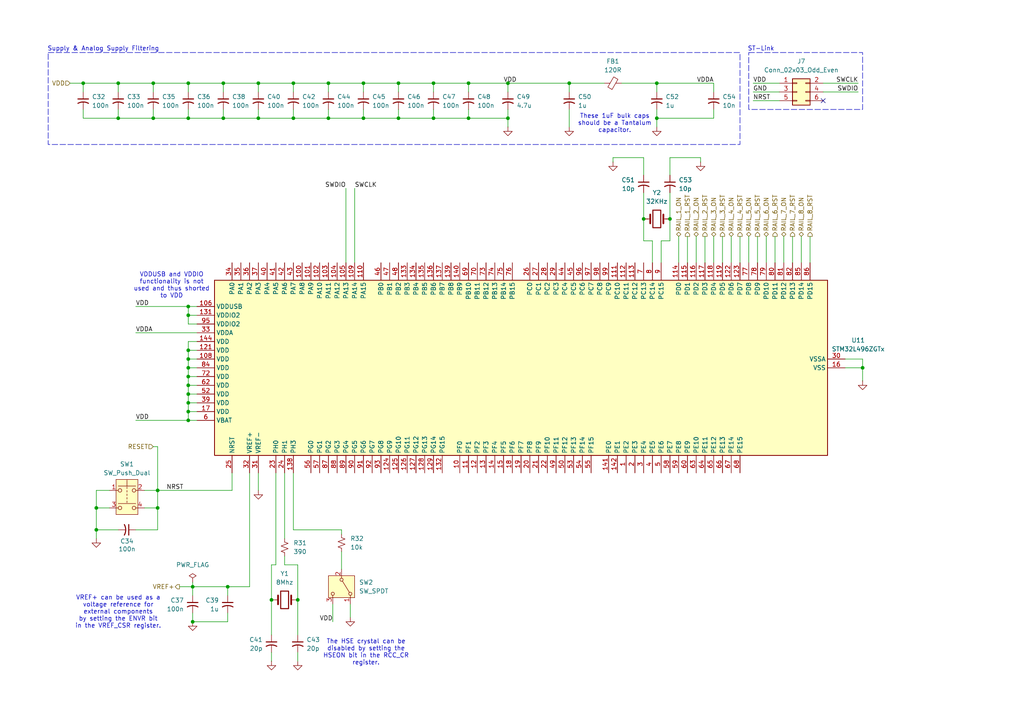
<source format=kicad_sch>
(kicad_sch (version 20250114) (generator "eeschema") (generator_version "9.0")
  (paper "A4")
  (lib_symbols
    (symbol "Connector_Generic:Conn_02x03_Odd_Even" (pin_names (offset 1.016) (hide yes))
      (property "Reference" "J" (at 1.27 5.08 0))
      (property "Value" "Conn_02x03_Odd_Even" (at 1.27 -5.08 0))
      (symbol "Conn_02x03_Odd_Even_1_1"
        (rectangle (start -1.27 3.81) (end 3.81 -3.81) (stroke (width 0.254)) (fill (type background)))
        (rectangle (start -1.27 2.667) (end 0 2.413) (stroke (width 0.1524)))
        (rectangle (start -1.27 0.127) (end 0 -0.127) (stroke (width 0.1524)))
        (rectangle (start -1.27 -2.413) (end 0 -2.667) (stroke (width 0.1524)))
        (rectangle (start 3.81 2.667) (end 2.54 2.413) (stroke (width 0.1524)))
        (rectangle (start 3.81 0.127) (end 2.54 -0.127) (stroke (width 0.1524)))
        (rectangle (start 3.81 -2.413) (end 2.54 -2.667) (stroke (width 0.1524)))
        (pin passive line (at -5.08 2.54 0) (length 3.81) (name "Pin_1") (number "1"))
        (pin passive line (at -5.08 0 0) (length 3.81) (name "Pin_3") (number "3"))
        (pin passive line (at -5.08 -2.54 0) (length 3.81) (name "Pin_5") (number "5"))
        (pin passive line (at 7.62 2.54 180) (length 3.81) (name "Pin_2") (number "2"))
        (pin passive line (at 7.62 0 180) (length 3.81) (name "Pin_4") (number "4"))
        (pin passive line (at 7.62 -2.54 180) (length 3.81) (name "Pin_6") (number "6"))
      )
    )
    (symbol "Device:C_Small_US" (pin_numbers (hide yes)) (pin_names (offset 0.254) (hide yes))
      (property "Reference" "C" (at 0.254 1.778 0))
      (property "Value" "C_Small_US" (at 0.254 -2.032 0))
      (symbol "C_Small_US_0_1"
        (polyline (pts (xy -1.524 0.508) (xy 1.524 0.508)) (stroke (width 0.3048)))
        (arc (start -1.524 -0.762) (mid 0 -0.3734) (end 1.524 -0.762) (stroke (width 0.3048)))
      )
      (symbol "C_Small_US_1_1"
        (pin passive line (at 0 2.54 270) (length 2.032) (name "~") (number "1"))
        (pin passive line (at 0 -2.54 90) (length 2.032) (name "~") (number "2"))
      )
    )
    (symbol "Device:Crystal" (pin_numbers (hide yes)) (pin_names (offset 1.016) (hide yes))
      (property "Reference" "Y" (at 0 3.81 0))
      (property "Value" "Crystal" (at 0 -3.81 0))
      (symbol "Crystal_0_1"
        (polyline (pts (xy -2.54 0) (xy -1.905 0)))
        (polyline (pts (xy -1.905 -1.27) (xy -1.905 1.27)) (stroke (width 0.508)))
        (rectangle (start -1.143 2.54) (end 1.143 -2.54) (stroke (width 0.3048)))
        (polyline (pts (xy 1.905 -1.27) (xy 1.905 1.27)) (stroke (width 0.508)))
        (polyline (pts (xy 2.54 0) (xy 1.905 0)))
      )
      (symbol "Crystal_1_1"
        (pin passive line (at -3.81 0 0) (length 1.27) (name "1") (number "1"))
        (pin passive line (at 3.81 0 180) (length 1.27) (name "2") (number "2"))
      )
    )
    (symbol "Device:FerriteBead_Small" (pin_numbers (hide yes)) (pin_names (offset 0))
      (property "Reference" "FB" (at 1.905 1.27 0))
      (property "Value" "FerriteBead_Small" (at 1.905 -1.27 0))
      (symbol "FerriteBead_Small_0_1"
        (polyline (pts (xy -1.8288 0.2794) (xy -1.1176 1.4986) (xy 1.8288 -0.2032) (xy 1.1176 -1.4224) (xy -1.8288 0.2794)))
        (polyline (pts (xy 0 0.889) (xy 0 1.2954)))
        (polyline (pts (xy 0 -1.27) (xy 0 -0.7874)))
      )
      (symbol "FerriteBead_Small_1_1"
        (pin passive line (at 0 2.54 270) (length 1.27) (name "~") (number "1"))
        (pin passive line (at 0 -2.54 90) (length 1.27) (name "~") (number "2"))
      )
    )
    (symbol "Device:R_Small_US" (pin_numbers (hide yes)) (pin_names (offset 0.254) (hide yes))
      (property "Reference" "R" (at 0.762 0.508 0))
      (property "Value" "R_Small_US" (at 0.762 -1.016 0))
      (symbol "R_Small_US_1_1"
        (polyline (pts (xy 0 1.524) (xy 1.016 1.143) (xy 0 0.762) (xy -1.016 0.381) (xy 0 0)))
        (polyline (pts (xy 0 0) (xy 1.016 -0.381) (xy 0 -0.762) (xy -1.016 -1.143) (xy 0 -1.524)))
        (pin passive line (at 0 2.54 270) (length 1.016) (name "~") (number "1"))
        (pin passive line (at 0 -2.54 90) (length 1.016) (name "~") (number "2"))
      )
    )
    (symbol "MCU_ST_STM32L4:STM32L496ZGTx"
      (property "Reference" "U" (at -25.4 90.17 0))
      (property "Value" "STM32L496ZGTx" (at 20.32 90.17 0))
      (symbol "STM32L496ZGTx_0_1"
        (rectangle (start -25.4 -88.9) (end 25.4 88.9) (stroke (width 0.254)) (fill (type background)))
      )
      (symbol "STM32L496ZGTx_1_1"
        (pin input line (at -30.48 83.82 0) (length 5.08) (name "NRST") (number "25"))
        (pin input line (at -30.48 78.74 0) (length 5.08) (name "VREF+") (number "32"))
        (pin input line (at -30.48 76.2 0) (length 5.08) (name "VREF-") (number "31"))
        (pin bidirectional line (at -30.48 71.12 0) (length 5.08) (name "PH0") (number "23"))
        (pin bidirectional line (at -30.48 68.58 0) (length 5.08) (name "PH1") (number "24"))
        (pin bidirectional line (at -30.48 66.04 0) (length 5.08) (name "PH3") (number "138"))
        (pin bidirectional line (at -30.48 60.96 0) (length 5.08) (name "PG0") (number "56"))
        (pin bidirectional line (at -30.48 58.42 0) (length 5.08) (name "PG1") (number "57"))
        (pin bidirectional line (at -30.48 55.88 0) (length 5.08) (name "PG2") (number "87"))
        (pin bidirectional line (at -30.48 53.34 0) (length 5.08) (name "PG3") (number "88"))
        (pin bidirectional line (at -30.48 50.8 0) (length 5.08) (name "PG4") (number "89"))
        (pin bidirectional line (at -30.48 48.26 0) (length 5.08) (name "PG5") (number "90"))
        (pin bidirectional line (at -30.48 45.72 0) (length 5.08) (name "PG6") (number "91"))
        (pin bidirectional line (at -30.48 43.18 0) (length 5.08) (name "PG7") (number "92"))
        (pin bidirectional line (at -30.48 40.64 0) (length 5.08) (name "PG8") (number "93"))
        (pin bidirectional line (at -30.48 38.1 0) (length 5.08) (name "PG9") (number "124"))
        (pin bidirectional line (at -30.48 35.56 0) (length 5.08) (name "PG10") (number "125"))
        (pin bidirectional line (at -30.48 33.02 0) (length 5.08) (name "PG11") (number "126"))
        (pin bidirectional line (at -30.48 30.48 0) (length 5.08) (name "PG12") (number "127"))
        (pin bidirectional line (at -30.48 27.94 0) (length 5.08) (name "PG13") (number "128"))
        (pin bidirectional line (at -30.48 25.4 0) (length 5.08) (name "PG14") (number "129"))
        (pin bidirectional line (at -30.48 22.86 0) (length 5.08) (name "PG15") (number "132"))
        (pin bidirectional line (at -30.48 17.78 0) (length 5.08) (name "PF0") (number "10"))
        (pin bidirectional line (at -30.48 15.24 0) (length 5.08) (name "PF1") (number "11"))
        (pin bidirectional line (at -30.48 12.7 0) (length 5.08) (name "PF2") (number "12"))
        (pin bidirectional line (at -30.48 10.16 0) (length 5.08) (name "PF3") (number "13"))
        (pin bidirectional line (at -30.48 7.62 0) (length 5.08) (name "PF4") (number "14"))
        (pin bidirectional line (at -30.48 5.08 0) (length 5.08) (name "PF5") (number "15"))
        (pin bidirectional line (at -30.48 2.54 0) (length 5.08) (name "PF6") (number "18"))
        (pin bidirectional line (at -30.48 0 0) (length 5.08) (name "PF7") (number "19"))
        (pin bidirectional line (at -30.48 -2.54 0) (length 5.08) (name "PF8") (number "20"))
        (pin bidirectional line (at -30.48 -5.08 0) (length 5.08) (name "PF9") (number "21"))
        (pin bidirectional line (at -30.48 -7.62 0) (length 5.08) (name "PF10") (number "22"))
        (pin bidirectional line (at -30.48 -10.16 0) (length 5.08) (name "PF11") (number "49"))
        (pin bidirectional line (at -30.48 -12.7 0) (length 5.08) (name "PF12") (number "50"))
        (pin bidirectional line (at -30.48 -15.24 0) (length 5.08) (name "PF13") (number "53"))
        (pin bidirectional line (at -30.48 -17.78 0) (length 5.08) (name "PF14") (number "54"))
        (pin bidirectional line (at -30.48 -20.32 0) (length 5.08) (name "PF15") (number "55"))
        (pin bidirectional line (at -30.48 -25.4 0) (length 5.08) (name "PE0") (number "141"))
        (pin bidirectional line (at -30.48 -27.94 0) (length 5.08) (name "PE1") (number "142"))
        (pin bidirectional line (at -30.48 -30.48 0) (length 5.08) (name "PE2") (number "1"))
        (pin bidirectional line (at -30.48 -33.02 0) (length 5.08) (name "PE3") (number "2"))
        (pin bidirectional line (at -30.48 -35.56 0) (length 5.08) (name "PE4") (number "3"))
        (pin bidirectional line (at -30.48 -38.1 0) (length 5.08) (name "PE5") (number "4"))
        (pin bidirectional line (at -30.48 -40.64 0) (length 5.08) (name "PE6") (number "5"))
        (pin bidirectional line (at -30.48 -43.18 0) (length 5.08) (name "PE7") (number "58"))
        (pin bidirectional line (at -30.48 -45.72 0) (length 5.08) (name "PE8") (number "59"))
        (pin bidirectional line (at -30.48 -48.26 0) (length 5.08) (name "PE9") (number "60"))
        (pin bidirectional line (at -30.48 -50.8 0) (length 5.08) (name "PE10") (number "63"))
        (pin bidirectional line (at -30.48 -53.34 0) (length 5.08) (name "PE11") (number "64"))
        (pin bidirectional line (at -30.48 -55.88 0) (length 5.08) (name "PE12") (number "65"))
        (pin bidirectional line (at -30.48 -58.42 0) (length 5.08) (name "PE13") (number "66"))
        (pin bidirectional line (at -30.48 -60.96 0) (length 5.08) (name "PE14") (number "67"))
        (pin bidirectional line (at -30.48 -63.5 0) (length 5.08) (name "PE15") (number "68"))
        (pin power_in line (at -15.24 93.98 270) (length 5.08) (name "VBAT") (number "6"))
        (pin power_in line (at -12.7 93.98 270) (length 5.08) (name "VDD") (number "17"))
        (pin power_in line (at -10.16 93.98 270) (length 5.08) (name "VDD") (number "39"))
        (pin power_in line (at -7.62 93.98 270) (length 5.08) (name "VDD") (number "52"))
        (pin power_in line (at -5.08 93.98 270) (length 5.08) (name "VDD") (number "62"))
        (pin power_in line (at -2.54 93.98 270) (length 5.08) (name "VDD") (number "72"))
        (pin power_in line (at 0 93.98 270) (length 5.08) (name "VDD") (number "84"))
        (pin passive line (at 0 -93.98 90) (length 5.08) (hide yes) (name "VSS") (number "107"))
        (pin passive line (at 0 -93.98 90) (length 5.08) (hide yes) (name "VSS") (number "120"))
        (pin passive line (at 0 -93.98 90) (length 5.08) (hide yes) (name "VSS") (number "130"))
        (pin passive line (at 0 -93.98 90) (length 5.08) (hide yes) (name "VSS") (number "143"))
        (pin power_in line (at 0 -93.98 90) (length 5.08) (name "VSS") (number "16"))
        (pin passive line (at 0 -93.98 90) (length 5.08) (hide yes) (name "VSS") (number "38"))
        (pin passive line (at 0 -93.98 90) (length 5.08) (hide yes) (name "VSS") (number "51"))
        (pin passive line (at 0 -93.98 90) (length 5.08) (hide yes) (name "VSS") (number "61"))
        (pin passive line (at 0 -93.98 90) (length 5.08) (hide yes) (name "VSS") (number "71"))
        (pin passive line (at 0 -93.98 90) (length 5.08) (hide yes) (name "VSS") (number "83"))
        (pin passive line (at 0 -93.98 90) (length 5.08) (hide yes) (name "VSS") (number "94"))
        (pin power_in line (at 2.54 93.98 270) (length 5.08) (name "VDD") (number "108"))
        (pin power_in line (at 2.54 -93.98 90) (length 5.08) (name "VSSA") (number "30"))
        (pin power_in line (at 5.08 93.98 270) (length 5.08) (name "VDD") (number "121"))
        (pin power_in line (at 7.62 93.98 270) (length 5.08) (name "VDD") (number "144"))
        (pin power_in line (at 10.16 93.98 270) (length 5.08) (name "VDDA") (number "33"))
        (pin power_in line (at 12.7 93.98 270) (length 5.08) (name "VDDIO2") (number "95"))
        (pin power_in line (at 15.24 93.98 270) (length 5.08) (name "VDDIO2") (number "131"))
        (pin power_in line (at 17.78 93.98 270) (length 5.08) (name "VDDUSB") (number "106"))
        (pin bidirectional line (at 30.48 83.82 180) (length 5.08) (name "PA0") (number "34"))
        (pin bidirectional line (at 30.48 81.28 180) (length 5.08) (name "PA1") (number "35"))
        (pin bidirectional line (at 30.48 78.74 180) (length 5.08) (name "PA2") (number "36"))
        (pin bidirectional line (at 30.48 76.2 180) (length 5.08) (name "PA3") (number "37"))
        (pin bidirectional line (at 30.48 73.66 180) (length 5.08) (name "PA4") (number "40"))
        (pin bidirectional line (at 30.48 71.12 180) (length 5.08) (name "PA5") (number "41"))
        (pin bidirectional line (at 30.48 68.58 180) (length 5.08) (name "PA6") (number "42"))
        (pin bidirectional line (at 30.48 66.04 180) (length 5.08) (name "PA7") (number "43"))
        (pin bidirectional line (at 30.48 63.5 180) (length 5.08) (name "PA8") (number "100"))
        (pin bidirectional line (at 30.48 60.96 180) (length 5.08) (name "PA9") (number "101"))
        (pin bidirectional line (at 30.48 58.42 180) (length 5.08) (name "PA10") (number "102"))
        (pin bidirectional line (at 30.48 55.88 180) (length 5.08) (name "PA11") (number "103"))
        (pin bidirectional line (at 30.48 53.34 180) (length 5.08) (name "PA12") (number "104"))
        (pin bidirectional line (at 30.48 50.8 180) (length 5.08) (name "PA13") (number "105"))
        (pin bidirectional line (at 30.48 48.26 180) (length 5.08) (name "PA14") (number "109"))
        (pin bidirectional line (at 30.48 45.72 180) (length 5.08) (name "PA15") (number "110"))
        (pin bidirectional line (at 30.48 40.64 180) (length 5.08) (name "PB0") (number "46"))
        (pin bidirectional line (at 30.48 38.1 180) (length 5.08) (name "PB1") (number "47"))
        (pin bidirectional line (at 30.48 35.56 180) (length 5.08) (name "PB2") (number "48"))
        (pin bidirectional line (at 30.48 33.02 180) (length 5.08) (name "PB3") (number "133"))
        (pin bidirectional line (at 30.48 30.48 180) (length 5.08) (name "PB4") (number "134"))
        (pin bidirectional line (at 30.48 27.94 180) (length 5.08) (name "PB5") (number "135"))
        (pin bidirectional line (at 30.48 25.4 180) (length 5.08) (name "PB6") (number "136"))
        (pin bidirectional line (at 30.48 22.86 180) (length 5.08) (name "PB7") (number "137"))
        (pin bidirectional line (at 30.48 20.32 180) (length 5.08) (name "PB8") (number "139"))
        (pin bidirectional line (at 30.48 17.78 180) (length 5.08) (name "PB9") (number "140"))
        (pin bidirectional line (at 30.48 15.24 180) (length 5.08) (name "PB10") (number "69"))
        (pin bidirectional line (at 30.48 12.7 180) (length 5.08) (name "PB11") (number "70"))
        (pin bidirectional line (at 30.48 10.16 180) (length 5.08) (name "PB12") (number "73"))
        (pin bidirectional line (at 30.48 7.62 180) (length 5.08) (name "PB13") (number "74"))
        (pin bidirectional line (at 30.48 5.08 180) (length 5.08) (name "PB14") (number "75"))
        (pin bidirectional line (at 30.48 2.54 180) (length 5.08) (name "PB15") (number "76"))
        (pin bidirectional line (at 30.48 -2.54 180) (length 5.08) (name "PC0") (number "26"))
        (pin bidirectional line (at 30.48 -5.08 180) (length 5.08) (name "PC1") (number "27"))
        (pin bidirectional line (at 30.48 -7.62 180) (length 5.08) (name "PC2") (number "28"))
        (pin bidirectional line (at 30.48 -10.16 180) (length 5.08) (name "PC3") (number "29"))
        (pin bidirectional line (at 30.48 -12.7 180) (length 5.08) (name "PC4") (number "44"))
        (pin bidirectional line (at 30.48 -15.24 180) (length 5.08) (name "PC5") (number "45"))
        (pin bidirectional line (at 30.48 -17.78 180) (length 5.08) (name "PC6") (number "96"))
        (pin bidirectional line (at 30.48 -20.32 180) (length 5.08) (name "PC7") (number "97"))
        (pin bidirectional line (at 30.48 -22.86 180) (length 5.08) (name "PC8") (number "98"))
        (pin bidirectional line (at 30.48 -25.4 180) (length 5.08) (name "PC9") (number "99"))
        (pin bidirectional line (at 30.48 -27.94 180) (length 5.08) (name "PC10") (number "111"))
        (pin bidirectional line (at 30.48 -30.48 180) (length 5.08) (name "PC11") (number "112"))
        (pin bidirectional line (at 30.48 -33.02 180) (length 5.08) (name "PC12") (number "113"))
        (pin bidirectional line (at 30.48 -35.56 180) (length 5.08) (name "PC13") (number "7"))
        (pin bidirectional line (at 30.48 -38.1 180) (length 5.08) (name "PC14") (number "8"))
        (pin bidirectional line (at 30.48 -40.64 180) (length 5.08) (name "PC15") (number "9"))
        (pin bidirectional line (at 30.48 -45.72 180) (length 5.08) (name "PD0") (number "114"))
        (pin bidirectional line (at 30.48 -48.26 180) (length 5.08) (name "PD1") (number "115"))
        (pin bidirectional line (at 30.48 -50.8 180) (length 5.08) (name "PD2") (number "116"))
        (pin bidirectional line (at 30.48 -53.34 180) (length 5.08) (name "PD3") (number "117"))
        (pin bidirectional line (at 30.48 -55.88 180) (length 5.08) (name "PD4") (number "118"))
        (pin bidirectional line (at 30.48 -58.42 180) (length 5.08) (name "PD5") (number "119"))
        (pin bidirectional line (at 30.48 -60.96 180) (length 5.08) (name "PD6") (number "122"))
        (pin bidirectional line (at 30.48 -63.5 180) (length 5.08) (name "PD7") (number "123"))
        (pin bidirectional line (at 30.48 -66.04 180) (length 5.08) (name "PD8") (number "77"))
        (pin bidirectional line (at 30.48 -68.58 180) (length 5.08) (name "PD9") (number "78"))
        (pin bidirectional line (at 30.48 -71.12 180) (length 5.08) (name "PD10") (number "79"))
        (pin bidirectional line (at 30.48 -73.66 180) (length 5.08) (name "PD11") (number "80"))
        (pin bidirectional line (at 30.48 -76.2 180) (length 5.08) (name "PD12") (number "81"))
        (pin bidirectional line (at 30.48 -78.74 180) (length 5.08) (name "PD13") (number "82"))
        (pin bidirectional line (at 30.48 -81.28 180) (length 5.08) (name "PD14") (number "85"))
        (pin bidirectional line (at 30.48 -83.82 180) (length 5.08) (name "PD15") (number "86"))
      )
    )
    (symbol "Switch:SW_Push_Dual" (pin_names (offset 1.016) (hide yes))
      (property "Reference" "SW" (at 0 7.62 0))
      (property "Value" "SW_Push_Dual" (at 0 -6.35 0))
      (symbol "SW_Push_Dual_0_1"
        (circle (center -2.032 2.54) (radius 0.508))
        (circle (center -2.032 -2.54) (radius 0.508))
        (polyline (pts (xy 0 3.81) (xy 0 5.588)))
        (polyline (pts (xy 0 3.048) (xy 0 3.556)))
        (polyline (pts (xy 0 2.032) (xy 0 2.54)))
        (polyline (pts (xy 0 1.016) (xy 0 1.524)))
        (polyline (pts (xy 0 0.508) (xy 0 0)))
        (polyline (pts (xy 0 -0.508) (xy 0 -1.016)))
        (circle (center 2.032 2.54) (radius 0.508))
        (circle (center 2.032 -2.54) (radius 0.508))
        (polyline (pts (xy 2.54 3.81) (xy -2.54 3.81)))
        (polyline (pts (xy 2.54 -1.27) (xy -2.54 -1.27)))
        (pin passive line (at -5.08 2.54 0) (length 2.54) (name "1") (number "1"))
        (pin passive line (at -5.08 -2.54 0) (length 2.54) (name "3") (number "3"))
        (pin passive line (at 5.08 2.54 180) (length 2.54) (name "2") (number "2"))
        (pin passive line (at 5.08 -2.54 180) (length 2.54) (name "4") (number "4"))
      )
      (symbol "SW_Push_Dual_1_1"
        (rectangle (start -3.175 5.715) (end 3.175 -4.445) (fill (type background)))
      )
    )
    (symbol "Switch:SW_SPDT" (pin_names (offset 0) (hide yes))
      (property "Reference" "SW" (at 0 5.08 0))
      (property "Value" "SW_SPDT" (at 0 -5.08 0))
      (symbol "SW_SPDT_0_1"
        (circle (center -2.032 0) (radius 0.4572))
        (polyline (pts (xy -1.651 0.254) (xy 1.651 2.286)))
        (circle (center 2.032 2.54) (radius 0.4572))
        (circle (center 2.032 -2.54) (radius 0.4572))
      )
      (symbol "SW_SPDT_1_1"
        (rectangle (start -3.175 3.81) (end 3.175 -3.81) (fill (type background)))
        (pin passive line (at -5.08 0 0) (length 2.54) (name "B") (number "2"))
        (pin passive line (at 5.08 2.54 180) (length 2.54) (name "A") (number "1"))
        (pin passive line (at 5.08 -2.54 180) (length 2.54) (name "C") (number "3"))
      )
    )
    (symbol "power:GND" (power) (pin_numbers (hide yes)) (pin_names (offset 0) (hide yes))
      (property "Value" "GND" (at 0 -3.81 0))
      (symbol "GND_0_1"
        (polyline (pts (xy 0 0) (xy 0 -1.27) (xy 1.27 -1.27) (xy 0 -2.54) (xy -1.27 -1.27) (xy 0 -1.27)))
      )
      (symbol "GND_1_1"
        (pin power_in line (at 0 0 270) (length 0) (name "~") (number "1"))
      )
    )
    (symbol "power:PWR_FLAG" (power) (pin_numbers (hide yes)) (pin_names (offset 0) (hide yes))
      (property "Value" "PWR_FLAG" (at 0 3.81 0))
      (symbol "PWR_FLAG_0_0"
        (pin power_out line (at 0 0 90) (length 0) (name "~") (number "1"))
      )
      (symbol "PWR_FLAG_0_1"
        (polyline (pts (xy 0 0) (xy 0 1.27) (xy -1.016 1.905) (xy 0 2.54) (xy 1.016 1.905) (xy 0 1.27)))
      )
    )
  )
  (rectangle (start 217.17 15.24) (end 250.19 31.75) (stroke (width 0) (type dash)))
  (rectangle (start 13.97 15.24) (end 214.63 41.91) (stroke (width 0) (type dash)))
  (text "VREF+ can be used as a\nvoltage reference for\nexternal components\nby setting the ENVR bit\nin the VREF_CSR register." (at 34.29 177.546 0) (effects (font (size 1.27 1.27))))
  (text "The HSE crystal can be\ndisabled by setting the\nHSEON bit in the RCC_CR\nregister." (at 106.172 189.23 0) (effects (font (size 1.27 1.27))))
  (text "These 1uF bulk caps\nshould be a Tantalum\ncapacitor." (at 178.308 35.814 0) (effects (font (size 1.27 1.27))))
  (text "Supply & Analog Supply Filtering" (at 29.972 14.224 0) (effects (font (size 1.27 1.27))))
  (text "ST-Link" (at 220.726 14.224 0) (effects (font (size 1.27 1.27))))
  (text "VDDUSB and VDDIO\nfunctionality is not\nused and thus shorted\nto VDD" (at 49.784 82.804 0) (effects (font (size 1.27 1.27))))
  (junction (at 54.61 104.14))
  (junction (at 190.5 24.13))
  (junction (at 54.61 114.3))
  (junction (at 115.57 24.13))
  (junction (at 165.1 24.13))
  (junction (at 54.61 34.29))
  (junction (at 24.13 24.13))
  (junction (at 54.61 111.76))
  (junction (at 54.61 101.6))
  (junction (at 54.61 88.9))
  (junction (at 105.41 24.13))
  (junction (at 125.73 24.13))
  (junction (at 45.72 142.24))
  (junction (at 135.89 34.29))
  (junction (at 66.04 170.18))
  (junction (at 190.5 34.29))
  (junction (at 27.94 147.32))
  (junction (at 147.32 24.13))
  (junction (at 194.31 63.5))
  (junction (at 64.77 34.29))
  (junction (at 85.09 34.29))
  (junction (at 186.69 63.5))
  (junction (at 86.36 173.99))
  (junction (at 54.61 119.38))
  (junction (at 44.45 24.13))
  (junction (at 115.57 34.29))
  (junction (at 250.19 106.68))
  (junction (at 85.09 24.13))
  (junction (at 74.93 34.29))
  (junction (at 27.94 153.67))
  (junction (at 74.93 24.13))
  (junction (at 55.88 180.34))
  (junction (at 135.89 24.13))
  (junction (at 105.41 34.29))
  (junction (at 54.61 109.22))
  (junction (at 55.88 170.18))
  (junction (at 54.61 24.13))
  (junction (at 147.32 34.29))
  (junction (at 95.25 34.29))
  (junction (at 54.61 121.92))
  (junction (at 34.29 24.13))
  (junction (at 54.61 91.44))
  (junction (at 78.74 173.99))
  (junction (at 54.61 116.84))
  (junction (at 44.45 34.29))
  (junction (at 45.72 147.32))
  (junction (at 95.25 24.13))
  (junction (at 64.77 24.13))
  (junction (at 34.29 34.29))
  (junction (at 54.61 106.68))
  (junction (at 125.73 34.29))
  (no_connect (at 238.76 29.21))
  (wire (pts (xy 45.72 147.32) (xy 41.91 147.32)))
  (wire (pts (xy 190.5 24.13) (xy 207.01 24.13)))
  (wire (pts (xy 24.13 34.29) (xy 34.29 34.29)))
  (wire (pts (xy 54.61 91.44) (xy 54.61 88.9)))
  (wire (pts (xy 54.61 106.68) (xy 54.61 109.22)))
  (wire (pts (xy 27.94 147.32) (xy 27.94 153.67)))
  (wire (pts (xy 135.89 24.13) (xy 135.89 26.67)))
  (wire (pts (xy 64.77 34.29) (xy 74.93 34.29)))
  (wire (pts (xy 207.01 24.13) (xy 207.01 26.67)))
  (wire (pts (xy 54.61 121.92) (xy 57.15 121.92)))
  (wire (pts (xy 45.72 153.67) (xy 39.37 153.67)))
  (wire (pts (xy 238.76 24.13) (xy 248.92 24.13)))
  (wire (pts (xy 165.1 31.75) (xy 165.1 36.83)))
  (wire (pts (xy 232.41 68.58) (xy 232.41 76.2)))
  (wire (pts (xy 207.01 34.29) (xy 207.01 31.75)))
  (wire (pts (xy 45.72 142.24) (xy 67.31 142.24)))
  (wire (pts (xy 85.09 24.13) (xy 95.25 24.13)))
  (wire (pts (xy 190.5 34.29) (xy 207.01 34.29)))
  (wire (pts (xy 204.47 68.58) (xy 204.47 76.2)))
  (wire (pts (xy 194.31 69.85) (xy 194.31 63.5)))
  (wire (pts (xy 238.76 26.67) (xy 248.92 26.67)))
  (wire (pts (xy 57.15 93.98) (xy 54.61 93.98)))
  (wire (pts (xy 196.85 68.58) (xy 196.85 76.2)))
  (wire (pts (xy 194.31 45.72) (xy 194.31 50.8)))
  (wire (pts (xy 101.6 175.26) (xy 101.6 179.07)))
  (wire (pts (xy 78.74 163.83) (xy 78.74 173.99)))
  (wire (pts (xy 39.37 88.9) (xy 54.61 88.9)))
  (wire (pts (xy 54.61 116.84) (xy 57.15 116.84)))
  (wire (pts (xy 41.91 142.24) (xy 45.72 142.24)))
  (wire (pts (xy 190.5 24.13) (xy 190.5 26.67)))
  (wire (pts (xy 147.32 24.13) (xy 147.32 26.67)))
  (wire (pts (xy 24.13 24.13) (xy 24.13 26.67)))
  (wire (pts (xy 54.61 93.98) (xy 54.61 91.44)))
  (wire (pts (xy 64.77 24.13) (xy 74.93 24.13)))
  (wire (pts (xy 39.37 96.52) (xy 57.15 96.52)))
  (wire (pts (xy 250.19 104.14) (xy 250.19 106.68)))
  (wire (pts (xy 135.89 24.13) (xy 147.32 24.13)))
  (wire (pts (xy 44.45 24.13) (xy 44.45 26.67)))
  (wire (pts (xy 189.23 69.85) (xy 186.69 69.85)))
  (wire (pts (xy 54.61 116.84) (xy 54.61 119.38)))
  (wire (pts (xy 82.55 163.83) (xy 86.36 163.83)))
  (wire (pts (xy 95.25 31.75) (xy 95.25 34.29)))
  (wire (pts (xy 245.11 104.14) (xy 250.19 104.14)))
  (wire (pts (xy 115.57 31.75) (xy 115.57 34.29)))
  (wire (pts (xy 34.29 34.29) (xy 44.45 34.29)))
  (wire (pts (xy 180.34 24.13) (xy 190.5 24.13)))
  (wire (pts (xy 147.32 34.29) (xy 147.32 36.83)))
  (wire (pts (xy 85.09 153.67) (xy 85.09 137.16)))
  (wire (pts (xy 67.31 142.24) (xy 67.31 137.16)))
  (wire (pts (xy 54.61 111.76) (xy 54.61 114.3)))
  (wire (pts (xy 186.69 55.88) (xy 186.69 63.5)))
  (wire (pts (xy 135.89 34.29) (xy 147.32 34.29)))
  (wire (pts (xy 54.61 24.13) (xy 54.61 26.67)))
  (wire (pts (xy 44.45 24.13) (xy 54.61 24.13)))
  (wire (pts (xy 27.94 147.32) (xy 31.75 147.32)))
  (wire (pts (xy 54.61 31.75) (xy 54.61 34.29)))
  (wire (pts (xy 203.2 45.72) (xy 194.31 45.72)))
  (wire (pts (xy 44.45 34.29) (xy 54.61 34.29)))
  (wire (pts (xy 55.88 170.18) (xy 55.88 172.72)))
  (wire (pts (xy 66.04 177.8) (xy 66.04 180.34)))
  (wire (pts (xy 34.29 31.75) (xy 34.29 34.29)))
  (wire (pts (xy 66.04 170.18) (xy 66.04 172.72)))
  (wire (pts (xy 64.77 24.13) (xy 64.77 26.67)))
  (wire (pts (xy 105.41 31.75) (xy 105.41 34.29)))
  (wire (pts (xy 224.79 68.58) (xy 224.79 76.2)))
  (wire (pts (xy 217.17 68.58) (xy 217.17 76.2)))
  (wire (pts (xy 55.88 168.91) (xy 55.88 170.18)))
  (wire (pts (xy 27.94 153.67) (xy 34.29 153.67)))
  (wire (pts (xy 115.57 24.13) (xy 125.73 24.13)))
  (wire (pts (xy 52.07 170.18) (xy 55.88 170.18)))
  (wire (pts (xy 57.15 91.44) (xy 54.61 91.44)))
  (wire (pts (xy 102.87 54.61) (xy 102.87 76.2)))
  (wire (pts (xy 191.77 76.2) (xy 191.77 69.85)))
  (wire (pts (xy 85.09 31.75) (xy 85.09 34.29)))
  (wire (pts (xy 54.61 106.68) (xy 57.15 106.68)))
  (wire (pts (xy 34.29 24.13) (xy 44.45 24.13)))
  (wire (pts (xy 86.36 189.23) (xy 86.36 191.77)))
  (wire (pts (xy 54.61 99.06) (xy 54.61 101.6)))
  (wire (pts (xy 125.73 24.13) (xy 125.73 26.67)))
  (wire (pts (xy 234.95 68.58) (xy 234.95 76.2)))
  (wire (pts (xy 105.41 24.13) (xy 105.41 26.67)))
  (wire (pts (xy 207.01 68.58) (xy 207.01 76.2)))
  (wire (pts (xy 82.55 137.16) (xy 82.55 156.21)))
  (wire (pts (xy 27.94 153.67) (xy 27.94 156.21)))
  (wire (pts (xy 72.39 137.16) (xy 72.39 170.18)))
  (wire (pts (xy 66.04 180.34) (xy 55.88 180.34)))
  (wire (pts (xy 209.55 68.58) (xy 209.55 76.2)))
  (wire (pts (xy 222.25 68.58) (xy 222.25 76.2)))
  (wire (pts (xy 227.33 68.58) (xy 227.33 76.2)))
  (wire (pts (xy 86.36 173.99) (xy 86.36 184.15)))
  (wire (pts (xy 74.93 34.29) (xy 85.09 34.29)))
  (wire (pts (xy 96.52 175.26) (xy 96.52 180.34)))
  (wire (pts (xy 54.61 104.14) (xy 57.15 104.14)))
  (wire (pts (xy 74.93 24.13) (xy 85.09 24.13)))
  (wire (pts (xy 190.5 31.75) (xy 190.5 34.29)))
  (wire (pts (xy 203.2 46.99) (xy 203.2 45.72)))
  (wire (pts (xy 54.61 104.14) (xy 54.61 106.68)))
  (wire (pts (xy 212.09 68.58) (xy 212.09 76.2)))
  (wire (pts (xy 218.44 24.13) (xy 226.06 24.13)))
  (wire (pts (xy 95.25 24.13) (xy 95.25 26.67)))
  (wire (pts (xy 186.69 45.72) (xy 186.69 50.8)))
  (wire (pts (xy 34.29 24.13) (xy 34.29 26.67)))
  (wire (pts (xy 105.41 34.29) (xy 115.57 34.29)))
  (wire (pts (xy 99.06 153.67) (xy 99.06 154.94)))
  (wire (pts (xy 85.09 24.13) (xy 85.09 26.67)))
  (wire (pts (xy 54.61 101.6) (xy 57.15 101.6)))
  (wire (pts (xy 189.23 76.2) (xy 189.23 69.85)))
  (wire (pts (xy 219.71 68.58) (xy 219.71 76.2)))
  (wire (pts (xy 78.74 173.99) (xy 78.74 184.15)))
  (wire (pts (xy 95.25 34.29) (xy 105.41 34.29)))
  (wire (pts (xy 74.93 31.75) (xy 74.93 34.29)))
  (wire (pts (xy 250.19 106.68) (xy 250.19 110.49)))
  (wire (pts (xy 20.32 24.13) (xy 24.13 24.13)))
  (wire (pts (xy 165.1 24.13) (xy 175.26 24.13)))
  (wire (pts (xy 54.61 114.3) (xy 57.15 114.3)))
  (wire (pts (xy 245.11 106.68) (xy 250.19 106.68)))
  (wire (pts (xy 99.06 160.02) (xy 99.06 165.1)))
  (wire (pts (xy 191.77 69.85) (xy 194.31 69.85)))
  (wire (pts (xy 165.1 24.13) (xy 165.1 26.67)))
  (wire (pts (xy 45.72 147.32) (xy 45.72 153.67)))
  (wire (pts (xy 190.5 34.29) (xy 190.5 36.83)))
  (wire (pts (xy 44.45 31.75) (xy 44.45 34.29)))
  (wire (pts (xy 218.44 26.67) (xy 226.06 26.67)))
  (wire (pts (xy 64.77 31.75) (xy 64.77 34.29)))
  (wire (pts (xy 54.61 34.29) (xy 64.77 34.29)))
  (wire (pts (xy 54.61 88.9) (xy 57.15 88.9)))
  (wire (pts (xy 115.57 34.29) (xy 125.73 34.29)))
  (wire (pts (xy 105.41 24.13) (xy 115.57 24.13)))
  (wire (pts (xy 199.39 68.58) (xy 199.39 76.2)))
  (wire (pts (xy 82.55 161.29) (xy 82.55 163.83)))
  (wire (pts (xy 177.8 45.72) (xy 186.69 45.72)))
  (wire (pts (xy 54.61 119.38) (xy 57.15 119.38)))
  (wire (pts (xy 24.13 31.75) (xy 24.13 34.29)))
  (wire (pts (xy 100.33 54.61) (xy 100.33 76.2)))
  (wire (pts (xy 54.61 119.38) (xy 54.61 121.92)))
  (wire (pts (xy 125.73 34.29) (xy 135.89 34.29)))
  (wire (pts (xy 115.57 24.13) (xy 115.57 26.67)))
  (wire (pts (xy 147.32 31.75) (xy 147.32 34.29)))
  (wire (pts (xy 125.73 31.75) (xy 125.73 34.29)))
  (wire (pts (xy 27.94 142.24) (xy 31.75 142.24)))
  (wire (pts (xy 44.45 129.54) (xy 45.72 129.54)))
  (wire (pts (xy 55.88 177.8) (xy 55.88 180.34)))
  (wire (pts (xy 54.61 101.6) (xy 54.61 104.14)))
  (wire (pts (xy 177.8 46.99) (xy 177.8 45.72)))
  (wire (pts (xy 85.09 34.29) (xy 95.25 34.29)))
  (wire (pts (xy 57.15 99.06) (xy 54.61 99.06)))
  (wire (pts (xy 85.09 153.67) (xy 99.06 153.67)))
  (wire (pts (xy 95.25 24.13) (xy 105.41 24.13)))
  (wire (pts (xy 54.61 109.22) (xy 57.15 109.22)))
  (wire (pts (xy 135.89 31.75) (xy 135.89 34.29)))
  (wire (pts (xy 27.94 142.24) (xy 27.94 147.32)))
  (wire (pts (xy 54.61 111.76) (xy 57.15 111.76)))
  (wire (pts (xy 125.73 24.13) (xy 135.89 24.13)))
  (wire (pts (xy 39.37 121.92) (xy 54.61 121.92)))
  (wire (pts (xy 54.61 114.3) (xy 54.61 116.84)))
  (wire (pts (xy 229.87 68.58) (xy 229.87 76.2)))
  (wire (pts (xy 147.32 24.13) (xy 165.1 24.13)))
  (wire (pts (xy 24.13 24.13) (xy 34.29 24.13)))
  (wire (pts (xy 78.74 189.23) (xy 78.74 191.77)))
  (wire (pts (xy 66.04 170.18) (xy 72.39 170.18)))
  (wire (pts (xy 86.36 163.83) (xy 86.36 173.99)))
  (wire (pts (xy 218.44 29.21) (xy 226.06 29.21)))
  (wire (pts (xy 45.72 142.24) (xy 45.72 147.32)))
  (wire (pts (xy 45.72 129.54) (xy 45.72 142.24)))
  (wire (pts (xy 74.93 137.16) (xy 74.93 142.24)))
  (wire (pts (xy 186.69 69.85) (xy 186.69 63.5)))
  (wire (pts (xy 80.01 163.83) (xy 78.74 163.83)))
  (wire (pts (xy 54.61 109.22) (xy 54.61 111.76)))
  (wire (pts (xy 54.61 24.13) (xy 64.77 24.13)))
  (wire (pts (xy 74.93 24.13) (xy 74.93 26.67)))
  (wire (pts (xy 201.93 68.58) (xy 201.93 76.2)))
  (wire (pts (xy 55.88 170.18) (xy 66.04 170.18)))
  (wire (pts (xy 194.31 55.88) (xy 194.31 63.5)))
  (wire (pts (xy 214.63 68.58) (xy 214.63 76.2)))
  (wire (pts (xy 80.01 137.16) (xy 80.01 163.83)))
  (label "VDD" (at 96.52 180.34 180))
  (label "VDDA" (at 39.37 96.52 0))
  (label "VDDA" (at 207.01 24.13 180))
  (label "GND" (at 218.44 26.67 0))
  (label "SWDIO" (at 248.92 26.67 180))
  (label "VDD" (at 149.86 24.13 180))
  (label "SWCLK" (at 102.87 54.61 0))
  (label "NRST" (at 48.26 142.24 0))
  (label "VDD" (at 218.44 24.13 0))
  (label "VDD" (at 39.37 88.9 0))
  (label "NRST" (at 218.44 29.21 0))
  (label "SWDIO" (at 100.33 54.61 180))
  (label "SWCLK" (at 248.92 24.13 180))
  (label "VDD" (at 39.37 121.92 0))
  (hierarchical_label "RAIL_6_ON" (shape bidirectional) (at 222.25 68.58 90))
  (hierarchical_label "RESET" (shape input) (at 44.45 129.54 180))
  (hierarchical_label "VREF+" (shape output) (at 52.07 170.18 180))
  (hierarchical_label "RAIL_3_ON" (shape bidirectional) (at 207.01 68.58 90))
  (hierarchical_label "RAIL_1_RST" (shape output) (at 199.39 68.58 90))
  (hierarchical_label "RAIL_6_RST" (shape output) (at 224.79 68.58 90))
  (hierarchical_label "RAIL_7_ON" (shape bidirectional) (at 227.33 68.58 90))
  (hierarchical_label "RAIL_7_RST" (shape output) (at 229.87 68.58 90))
  (hierarchical_label "RAIL_8_ON" (shape bidirectional) (at 232.41 68.58 90))
  (hierarchical_label "RAIL_4_RST" (shape output) (at 214.63 68.58 90))
  (hierarchical_label "VDD" (shape input) (at 20.32 24.13 180))
  (hierarchical_label "RAIL_5_ON" (shape bidirectional) (at 217.17 68.58 90))
  (hierarchical_label "RAIL_3_RST" (shape output) (at 209.55 68.58 90))
  (hierarchical_label "RAIL_5_RST" (shape output) (at 219.71 68.58 90))
  (hierarchical_label "RAIL_4_ON" (shape bidirectional) (at 212.09 68.58 90))
  (hierarchical_label "RAIL_2_RST" (shape output) (at 204.47 68.58 90))
  (hierarchical_label "RAIL_2_ON" (shape bidirectional) (at 201.93 68.58 90))
  (hierarchical_label "RAIL_8_RST" (shape output) (at 234.95 68.58 90))
  (hierarchical_label "RAIL_1_ON" (shape bidirectional) (at 196.85 68.58 90))
  (symbol (lib_id "power:GND") (at 86.36 191.77 0) (unit 1)
    (property "Reference" "#PWR021" (effects (hide yes)))
    (property "Value" "GND" (effects (hide yes)))
    (property "Description" "Power symbol creates a global label with name \"GND\" , ground" (effects (hide yes)))
  )
  (symbol (lib_id "Device:C_Small_US") (at 147.32 29.21 0) (unit 1)
    (property "Reference" "C49" (at 149.86 28.0669 0) (effects (justify left)))
    (property "Value" "4.7u" (at 149.86 30.6069 0) (effects (justify left)))
    (property "Description" "capacitor, small US symbol" (effects (hide yes)))
  )
  (symbol (lib_id "Device:C_Small_US") (at 105.41 29.21 0) (unit 1)
    (property "Reference" "C45" (at 107.95 28.0669 0) (effects (justify left)))
    (property "Value" "100n" (at 107.95 30.6069 0) (effects (justify left)))
    (property "Description" "capacitor, small US symbol" (effects (hide yes)))
  )
  (symbol (lib_id "power:GND") (at 177.8 46.99 0) (unit 1)
    (property "Reference" "#PWR025" (effects (hide yes)))
    (property "Value" "GND" (effects (hide yes)))
    (property "Description" "Power symbol creates a global label with name \"GND\" , ground" (effects (hide yes)))
  )
  (symbol (lib_id "MCU_ST_STM32L4:STM32L496ZGTx") (at 151.13 106.68 90) (unit 1)
    (property "Reference" "U11" (at 248.92 98.6946 90))
    (property "Value" "STM32L496ZGTx" (at 248.92 101.2346 90))
    (property "Footprint" "Package_QFP:LQFP-144_20x20mm_P0.5mm" (effects (hide yes)))
    (property "Datasheet" "https://www.st.com/resource/en/datasheet/stm32l496zg.pdf" (effects (hide yes)))
    (property "Description" "STMicroelectronics Arm Cortex-M4 MCU, 1024KB flash, 320KB RAM, 80 MHz, 1.71-3.6V, 115 GPIO, LQFP144" (effects (hide yes)))
  )
  (symbol (lib_id "power:GND") (at 101.6 179.07 0) (unit 1)
    (property "Reference" "#PWR022" (effects (hide yes)))
    (property "Value" "GND" (effects (hide yes)))
    (property "Description" "Power symbol creates a global label with name \"GND\" , ground" (effects (hide yes)))
  )
  (symbol (lib_id "Device:C_Small_US") (at 165.1 29.21 0) (unit 1)
    (property "Reference" "C50" (at 167.64 28.0669 0) (effects (justify left)))
    (property "Value" "1u" (at 167.64 30.6069 0) (effects (justify left)))
    (property "Description" "capacitor, small US symbol" (effects (hide yes)))
  )
  (symbol (lib_id "Device:FerriteBead_Small") (at 177.8 24.13 90) (unit 1)
    (property "Reference" "FB1" (at 177.7619 17.78 90))
    (property "Value" "120R" (at 177.7619 20.32 90))
    (property "Description" "Ferrite bead, small symbol" (effects (hide yes)))
  )
  (symbol (lib_id "power:GND") (at 74.93 142.24 0) (unit 1)
    (property "Reference" "#PWR019" (effects (hide yes)))
    (property "Value" "GND" (effects (hide yes)))
    (property "Description" "Power symbol creates a global label with name \"GND\" , ground" (effects (hide yes)))
  )
  (symbol (lib_id "Device:C_Small_US") (at 34.29 29.21 0) (unit 1)
    (property "Reference" "C33" (at 36.83 28.0669 0) (effects (justify left)))
    (property "Value" "100n" (at 36.83 30.6069 0) (effects (justify left)))
    (property "Description" "capacitor, small US symbol" (effects (hide yes)))
  )
  (symbol (lib_id "Device:C_Small_US") (at 86.36 186.69 0) (mirror y) (unit 1)
    (property "Reference" "C43" (at 88.9 185.5469 0) (effects (justify right)))
    (property "Value" "20p" (at 88.9 188.0869 0) (effects (justify right)))
    (property "Description" "capacitor, small US symbol" (effects (hide yes)))
  )
  (symbol (lib_id "Device:C_Small_US") (at 36.83 153.67 270) (mirror x) (unit 1)
    (property "Reference" "C34" (at 36.83 156.972 90))
    (property "Value" "100n" (at 36.83 159.258 90))
    (property "Description" "capacitor, small US symbol" (effects (hide yes)))
  )
  (symbol (lib_id "Device:C_Small_US") (at 95.25 29.21 0) (unit 1)
    (property "Reference" "C44" (at 97.79 28.0669 0) (effects (justify left)))
    (property "Value" "100n" (at 97.79 30.6069 0) (effects (justify left)))
    (property "Description" "capacitor, small US symbol" (effects (hide yes)))
  )
  (symbol (lib_id "power:GND") (at 250.19 110.49 0) (unit 1)
    (property "Reference" "#PWR028" (effects (hide yes)))
    (property "Value" "GND" (effects (hide yes)))
    (property "Description" "Power symbol creates a global label with name \"GND\" , ground" (effects (hide yes)))
  )
  (symbol (lib_id "Device:C_Small_US") (at 186.69 53.34 0) (unit 1)
    (property "Reference" "C51" (at 184.15 52.1969 0) (effects (justify right)))
    (property "Value" "10p" (at 184.15 54.7369 0) (effects (justify right)))
    (property "Description" "capacitor, small US symbol" (effects (hide yes)))
  )
  (symbol (lib_id "Device:C_Small_US") (at 85.09 29.21 0) (unit 1)
    (property "Reference" "C42" (at 87.63 28.0669 0) (effects (justify left)))
    (property "Value" "100n" (at 87.63 30.6069 0) (effects (justify left)))
    (property "Description" "capacitor, small US symbol" (effects (hide yes)))
  )
  (symbol (lib_id "Device:C_Small_US") (at 74.93 29.21 0) (unit 1)
    (property "Reference" "C40" (at 77.47 28.0669 0) (effects (justify left)))
    (property "Value" "100n" (at 77.47 30.6069 0) (effects (justify left)))
    (property "Description" "capacitor, small US symbol" (effects (hide yes)))
  )
  (symbol (lib_id "power:GND") (at 203.2 46.99 0) (mirror y) (unit 1)
    (property "Reference" "#PWR027" (effects (hide yes)))
    (property "Value" "GND" (effects (hide yes)))
    (property "Description" "Power symbol creates a global label with name \"GND\" , ground" (effects (hide yes)))
  )
  (symbol (lib_id "Device:C_Small_US") (at 55.88 175.26 0) (unit 1)
    (property "Reference" "C37" (at 53.34 174.1169 0) (effects (justify right)))
    (property "Value" "100n" (at 53.34 176.6569 0) (effects (justify right)))
    (property "Description" "capacitor, small US symbol" (effects (hide yes)))
  )
  (symbol (lib_id "Device:C_Small_US") (at 207.01 29.21 0) (unit 1)
    (property "Reference" "C54" (at 209.55 28.0669 0) (effects (justify left)))
    (property "Value" "10n" (at 209.55 30.6069 0) (effects (justify left)))
    (property "Description" "capacitor, small US symbol" (effects (hide yes)))
  )
  (symbol (lib_id "Device:R_Small_US") (at 82.55 158.75 0) (unit 1)
    (property "Reference" "R31" (at 85.09 157.4799 0) (effects (justify left)))
    (property "Value" "390" (at 85.09 160.0199 0) (effects (justify left)))
    (property "Description" "Resistor, small US symbol" (effects (hide yes)))
  )
  (symbol (lib_id "power:GND") (at 78.74 191.77 0) (unit 1)
    (property "Reference" "#PWR020" (effects (hide yes)))
    (property "Value" "GND" (effects (hide yes)))
    (property "Description" "Power symbol creates a global label with name \"GND\" , ground" (effects (hide yes)))
  )
  (symbol (lib_id "power:GND") (at 55.88 180.34 0) (unit 1)
    (property "Reference" "#PWR018" (effects (hide yes)))
    (property "Value" "GND" (effects (hide yes)))
    (property "Description" "Power symbol creates a global label with name \"GND\" , ground" (effects (hide yes)))
  )
  (symbol (lib_id "power:GND") (at 190.5 36.83 0) (unit 1)
    (property "Reference" "#PWR026" (effects (hide yes)))
    (property "Value" "GND" (effects (hide yes)))
    (property "Description" "Power symbol creates a global label with name \"GND\" , ground" (effects (hide yes)))
  )
  (symbol (lib_id "Device:C_Small_US") (at 125.73 29.21 0) (unit 1)
    (property "Reference" "C47" (at 128.27 28.0669 0) (effects (justify left)))
    (property "Value" "100n" (at 128.27 30.6069 0) (effects (justify left)))
    (property "Description" "capacitor, small US symbol" (effects (hide yes)))
  )
  (symbol (lib_id "Device:C_Small_US") (at 78.74 186.69 0) (unit 1)
    (property "Reference" "C41" (at 76.2 185.5469 0) (effects (justify right)))
    (property "Value" "20p" (at 76.2 188.0869 0) (effects (justify right)))
    (property "Description" "capacitor, small US symbol" (effects (hide yes)))
  )
  (symbol (lib_id "power:PWR_FLAG") (at 55.88 168.91 0) (unit 1)
    (property "Reference" "#FLG02" (effects (hide yes)))
    (property "Value" "PWR_FLAG" (at 55.88 163.83 0))
    (property "Description" "Special symbol for telling ERC where power comes from" (effects (hide yes)))
  )
  (symbol (lib_id "Device:C_Small_US") (at 54.61 29.21 0) (unit 1)
    (property "Reference" "C36" (at 57.15 28.0669 0) (effects (justify left)))
    (property "Value" "100n" (at 57.15 30.6069 0) (effects (justify left)))
    (property "Description" "capacitor, small US symbol" (effects (hide yes)))
  )
  (symbol (lib_id "Switch:SW_Push_Dual") (at 36.83 144.78 0) (unit 1)
    (property "Reference" "SW1" (at 36.83 134.62 0))
    (property "Value" "SW_Push_Dual" (at 36.83 137.16 0))
    (property "Description" "Push button switch, generic, symbol, four pins" (effects (hide yes)))
  )
  (symbol (lib_id "Device:C_Small_US") (at 135.89 29.21 0) (unit 1)
    (property "Reference" "C48" (at 138.43 28.0669 0) (effects (justify left)))
    (property "Value" "100n" (at 138.43 30.6069 0) (effects (justify left)))
    (property "Description" "capacitor, small US symbol" (effects (hide yes)))
  )
  (symbol (lib_id "power:GND") (at 165.1 36.83 0) (unit 1)
    (property "Reference" "#PWR024" (effects (hide yes)))
    (property "Value" "GND" (effects (hide yes)))
    (property "Description" "Power symbol creates a global label with name \"GND\" , ground" (effects (hide yes)))
  )
  (symbol (lib_id "Connector_Generic:Conn_02x03_Odd_Even") (at 231.14 26.67 0) (unit 1)
    (property "Reference" "J7" (at 232.41 17.78 0))
    (property "Value" "Conn_02x03_Odd_Even" (at 232.41 20.32 0))
    (property "Description" "Generic connector, double row, 02x03, odd/even pin numbering scheme (row 1 odd numbers, row 2 even numbers), script generated (kicad-library-utils/schlib/autogen/connector/)" (effects (hide yes)))
  )
  (symbol (lib_id "power:GND") (at 27.94 156.21 0) (unit 1)
    (property "Reference" "#PWR017" (effects (hide yes)))
    (property "Value" "GND" (effects (hide yes)))
    (property "Description" "Power symbol creates a global label with name \"GND\" , ground" (effects (hide yes)))
  )
  (symbol (lib_id "Device:R_Small_US") (at 99.06 157.48 0) (unit 1)
    (property "Reference" "R32" (at 101.6 156.2099 0) (effects (justify left)))
    (property "Value" "10k" (at 101.6 158.7499 0) (effects (justify left)))
    (property "Description" "Resistor, small US symbol" (effects (hide yes)))
  )
  (symbol (lib_id "Device:C_Small_US") (at 64.77 29.21 0) (unit 1)
    (property "Reference" "C38" (at 67.31 28.0669 0) (effects (justify left)))
    (property "Value" "100n" (at 67.31 30.6069 0) (effects (justify left)))
    (property "Description" "capacitor, small US symbol" (effects (hide yes)))
  )
  (symbol (lib_id "Device:C_Small_US") (at 66.04 175.26 0) (unit 1)
    (property "Reference" "C39" (at 63.5 174.1169 0) (effects (justify right)))
    (property "Value" "1u" (at 63.5 176.6569 0) (effects (justify right)))
    (property "Description" "capacitor, small US symbol" (effects (hide yes)))
  )
  (symbol (lib_id "Device:C_Small_US") (at 194.31 53.34 0) (mirror y) (unit 1)
    (property "Reference" "C53" (at 196.85 52.1969 0) (effects (justify right)))
    (property "Value" "10p" (at 196.85 54.7369 0) (effects (justify right)))
    (property "Description" "capacitor, small US symbol" (effects (hide yes)))
  )
  (symbol (lib_id "power:GND") (at 147.32 36.83 0) (unit 1)
    (property "Reference" "#PWR023" (effects (hide yes)))
    (property "Value" "GND" (effects (hide yes)))
    (property "Description" "Power symbol creates a global label with name \"GND\" , ground" (effects (hide yes)))
  )
  (symbol (lib_id "Device:C_Small_US") (at 190.5 29.21 0) (unit 1)
    (property "Reference" "C52" (at 193.04 28.0669 0) (effects (justify left)))
    (property "Value" "1u" (at 193.04 30.6069 0) (effects (justify left)))
    (property "Description" "capacitor, small US symbol" (effects (hide yes)))
  )
  (symbol (lib_id "Device:C_Small_US") (at 24.13 29.21 0) (unit 1)
    (property "Reference" "C32" (at 26.67 28.0669 0) (effects (justify left)))
    (property "Value" "100n" (at 26.67 30.6069 0) (effects (justify left)))
    (property "Description" "capacitor, small US symbol" (effects (hide yes)))
  )
  (symbol (lib_id "Switch:SW_SPDT") (at 99.06 170.18 270) (unit 1)
    (property "Reference" "SW2" (at 104.14 168.9099 90) (effects (justify left)))
    (property "Value" "SW_SPDT" (at 104.14 171.4499 90) (effects (justify left)))
    (property "Description" "Switch, single pole double throw" (effects (hide yes)))
  )
  (symbol (lib_id "Device:C_Small_US") (at 44.45 29.21 0) (unit 1)
    (property "Reference" "C35" (at 46.99 28.0669 0) (effects (justify left)))
    (property "Value" "100n" (at 46.99 30.6069 0) (effects (justify left)))
    (property "Description" "capacitor, small US symbol" (effects (hide yes)))
  )
  (symbol (lib_id "Device:Crystal") (at 190.5 63.5 0) (unit 1)
    (property "Reference" "Y2" (at 190.5 55.88 0))
    (property "Value" "32KHz" (at 190.5 58.42 0))
    (property "Description" "Two pin crystal" (effects (hide yes)))
  )
  (symbol (lib_id "Device:C_Small_US") (at 115.57 29.21 0) (unit 1)
    (property "Reference" "C46" (at 118.11 28.0669 0) (effects (justify left)))
    (property "Value" "100n" (at 118.11 30.6069 0) (effects (justify left)))
    (property "Description" "capacitor, small US symbol" (effects (hide yes)))
  )
  (symbol (lib_id "Device:Crystal") (at 82.55 173.99 0) (unit 1)
    (property "Reference" "Y1" (at 82.55 166.37 0))
    (property "Value" "8Mhz" (at 82.55 168.91 0))
    (property "Description" "Two pin crystal" (effects (hide yes)))
  )
)
</source>
